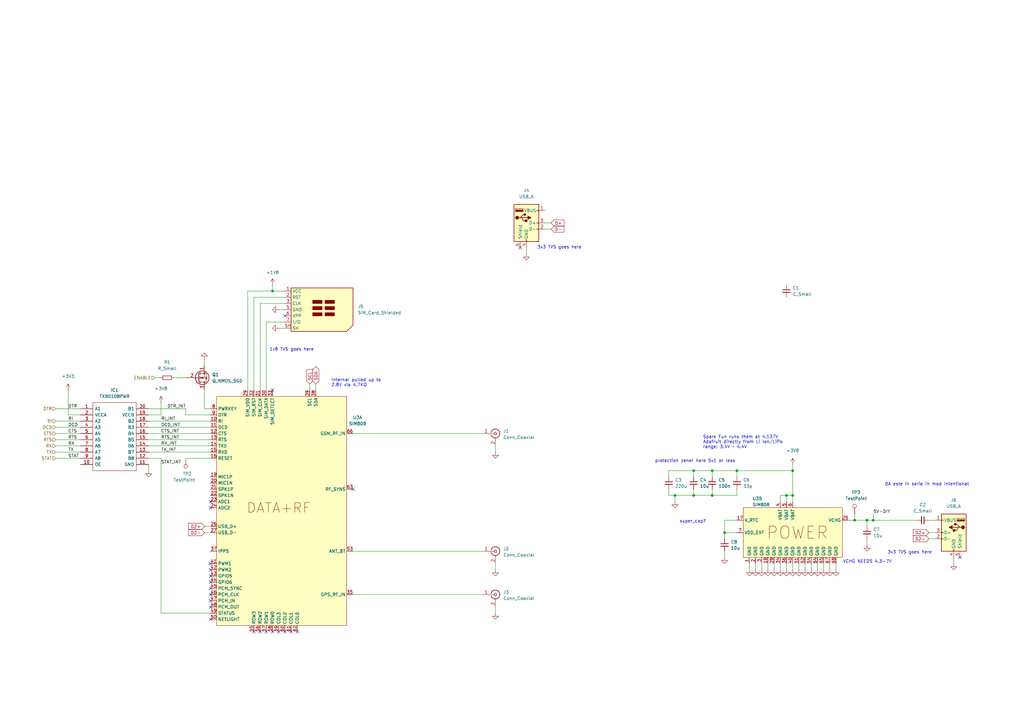
<source format=kicad_sch>
(kicad_sch (version 20211123) (generator eeschema)
  (paper "A3")
  (lib_symbols
    (symbol "Connector:Conn_Coaxial" (pin_names (offset 1.016) hide)
      (property "Reference" "J" (at 0.254 3.048 0))
      (property "Value" "Conn_Coaxial" (at 2.921 0 90))
      (symbol "Conn_Coaxial_0_1"
        (arc (start -1.778 -0.508) (mid 0.2311 -1.8066) (end 1.778 0) (stroke (width 0.254)))
        (polyline (pts (xy -2.54 0) (xy -0.508 0)))
        (polyline (pts (xy 0 -2.54) (xy 0 -1.778)))
        (circle (center 0 0) (radius 0.508) (stroke (width 0.2032)))
        (arc (start 1.778 0) (mid 0.2099 1.8101) (end -1.778 0.508) (stroke (width 0.254)))
      )
      (symbol "Conn_Coaxial_1_1"
        (pin passive line (at -5.08 0 0) (length 2.54) (name "In") (number "1"))
        (pin passive line (at 0 -5.08 90) (length 2.54) (name "Ext") (number "2"))
      )
    )
    (symbol "Connector:SIM_Card_Shielded"
      (property "Reference" "J" (at -2.54 12.7 0))
      (property "Value" "SIM_Card_Shielded" (at -1.27 10.16 0))
      (symbol "SIM_Card_Shielded_0_1"
        (rectangle (start -1.27 -2.54) (end 2.54 -1.27) (stroke (width 0.254)) (fill (type outline)))
        (rectangle (start -1.27 0) (end 2.54 1.27) (stroke (width 0.254)) (fill (type outline)))
        (rectangle (start -1.27 2.54) (end 2.54 3.81) (stroke (width 0.254)) (fill (type outline)))
        (polyline (pts (xy -10.16 8.89) (xy -10.16 -8.89) (xy 12.7 -8.89) (xy 15.24 -6.35) (xy 15.24 8.89) (xy -10.16 8.89)) (stroke (width 0.254)) (fill (type background)))
        (rectangle (start 3.81 -1.27) (end 7.62 -2.54) (stroke (width 0.254)) (fill (type outline)))
        (rectangle (start 3.81 0) (end 7.62 1.27) (stroke (width 0.254)) (fill (type outline)))
        (rectangle (start 3.81 2.54) (end 7.62 3.81) (stroke (width 0.254)) (fill (type outline)))
      )
      (symbol "SIM_Card_Shielded_1_1"
        (pin power_in line (at -12.7 7.62 0) (length 2.54) (name "VCC") (number "1"))
        (pin input line (at -12.7 5.08 0) (length 2.54) (name "RST") (number "2"))
        (pin input line (at -12.7 2.54 0) (length 2.54) (name "CLK") (number "3"))
        (pin power_in line (at -12.7 0 0) (length 2.54) (name "GND") (number "5"))
        (pin input line (at -12.7 -2.54 0) (length 2.54) (name "VPP") (number "6"))
        (pin bidirectional line (at -12.7 -5.08 0) (length 2.54) (name "I/O") (number "7"))
        (pin passive line (at -12.7 -7.62 0) (length 2.54) (name "SH") (number "SH"))
      )
    )
    (symbol "Connector:TestPoint" (pin_numbers hide) (pin_names (offset 0.762) hide)
      (property "Reference" "TP" (at 0 6.858 0))
      (property "Value" "TestPoint" (at 0 5.08 0))
      (symbol "TestPoint_0_1"
        (circle (center 0 3.302) (radius 0.762))
      )
      (symbol "TestPoint_1_1"
        (pin passive line (at 0 0 90) (length 2.54) (name "1") (number "1"))
      )
    )
    (symbol "Connector:USB_A" (pin_names (offset 1.016))
      (property "Reference" "J" (at -5.08 11.43 0))
      (property "Value" "USB_A" (at -5.08 8.89 0))
      (symbol "USB_A_0_1"
        (rectangle (start -5.08 -7.62) (end 5.08 7.62) (stroke (width 0.254)) (fill (type background)))
        (circle (center -3.81 2.159) (radius 0.635) (stroke (width 0.254)) (fill (type outline)))
        (rectangle (start -1.524 4.826) (end -4.318 5.334) (fill (type outline)))
        (rectangle (start -1.27 4.572) (end -4.572 5.842))
        (circle (center -0.635 3.429) (radius 0.381) (stroke (width 0.254)) (fill (type outline)))
        (rectangle (start -0.127 -7.62) (end 0.127 -6.858))
        (polyline (pts (xy -3.175 2.159) (xy -2.54 2.159) (xy -1.27 3.429) (xy -0.635 3.429)) (stroke (width 0.254)))
        (polyline (pts (xy -2.54 2.159) (xy -1.905 2.159) (xy -1.27 0.889) (xy 0 0.889)) (stroke (width 0.254)))
        (polyline (pts (xy 0.635 2.794) (xy 0.635 1.524) (xy 1.905 2.159) (xy 0.635 2.794)) (stroke (width 0.254)) (fill (type outline)))
        (rectangle (start 0.254 1.27) (end -0.508 0.508) (stroke (width 0.254)) (fill (type outline)))
        (rectangle (start 5.08 -2.667) (end 4.318 -2.413))
        (rectangle (start 5.08 -0.127) (end 4.318 0.127))
        (rectangle (start 5.08 4.953) (end 4.318 5.207))
      )
      (symbol "USB_A_1_1"
        (polyline (pts (xy -1.905 2.159) (xy 0.635 2.159)) (stroke (width 0.254)))
        (pin power_in line (at 7.62 5.08 180) (length 2.54) (name "VBUS") (number "1"))
        (pin bidirectional line (at 7.62 -2.54 180) (length 2.54) (name "D-") (number "2"))
        (pin bidirectional line (at 7.62 0 180) (length 2.54) (name "D+") (number "3"))
        (pin power_in line (at 0 -10.16 90) (length 2.54) (name "GND") (number "4"))
        (pin passive line (at -2.54 -10.16 90) (length 2.54) (name "Shield") (number "5"))
      )
    )
    (symbol "Device:C_Small" (pin_numbers hide) (pin_names (offset 0.254) hide)
      (property "Reference" "C" (at 0.254 1.778 0))
      (property "Value" "C_Small" (at 0.254 -2.032 0))
      (symbol "C_Small_0_1"
        (polyline (pts (xy -1.524 -0.508) (xy 1.524 -0.508)) (stroke (width 0.3302)))
        (polyline (pts (xy -1.524 0.508) (xy 1.524 0.508)) (stroke (width 0.3048)))
      )
      (symbol "C_Small_1_1"
        (pin passive line (at 0 2.54 270) (length 2.032) (name "~") (number "1"))
        (pin passive line (at 0 -2.54 90) (length 2.032) (name "~") (number "2"))
      )
    )
    (symbol "Device:Q_NMOS_SGD" (pin_names (offset 0) hide)
      (property "Reference" "Q" (at 5.08 1.27 0))
      (property "Value" "Q_NMOS_SGD" (at 5.08 -1.27 0))
      (symbol "Q_NMOS_SGD_0_1"
        (polyline (pts (xy 0.254 0) (xy -2.54 0)))
        (polyline (pts (xy 0.254 1.905) (xy 0.254 -1.905)) (stroke (width 0.254)))
        (polyline (pts (xy 0.762 -1.27) (xy 0.762 -2.286)) (stroke (width 0.254)))
        (polyline (pts (xy 0.762 0.508) (xy 0.762 -0.508)) (stroke (width 0.254)))
        (polyline (pts (xy 0.762 2.286) (xy 0.762 1.27)) (stroke (width 0.254)))
        (polyline (pts (xy 2.54 2.54) (xy 2.54 1.778)))
        (polyline (pts (xy 2.54 -2.54) (xy 2.54 0) (xy 0.762 0)))
        (polyline (pts (xy 0.762 -1.778) (xy 3.302 -1.778) (xy 3.302 1.778) (xy 0.762 1.778)))
        (polyline (pts (xy 1.016 0) (xy 2.032 0.381) (xy 2.032 -0.381) (xy 1.016 0)) (fill (type outline)))
        (polyline (pts (xy 2.794 0.508) (xy 2.921 0.381) (xy 3.683 0.381) (xy 3.81 0.254)))
        (polyline (pts (xy 3.302 0.381) (xy 2.921 -0.254) (xy 3.683 -0.254) (xy 3.302 0.381)))
        (circle (center 1.651 0) (radius 2.794) (stroke (width 0.254)))
        (circle (center 2.54 -1.778) (radius 0.254) (fill (type outline)))
        (circle (center 2.54 1.778) (radius 0.254) (fill (type outline)))
      )
      (symbol "Q_NMOS_SGD_1_1"
        (pin passive line (at 2.54 -5.08 90) (length 2.54) (name "S") (number "1"))
        (pin input line (at -5.08 0 0) (length 5.08) (name "G") (number "2"))
        (pin passive line (at 2.54 5.08 270) (length 2.54) (name "D") (number "3"))
      )
    )
    (symbol "Device:R_Small" (pin_numbers hide) (pin_names (offset 0.254) hide)
      (property "Reference" "R" (at 0.762 0.508 0))
      (property "Value" "R_Small" (at 0.762 -1.016 0))
      (symbol "R_Small_0_1"
        (rectangle (start -0.762 1.778) (end 0.762 -1.778) (stroke (width 0.2032)))
      )
      (symbol "R_Small_1_1"
        (pin passive line (at 0 2.54 270) (length 0.762) (name "~") (number "1"))
        (pin passive line (at 0 -2.54 90) (length 0.762) (name "~") (number "2"))
      )
    )
    (symbol "My_custom_lib:SIM808"
      (property "Reference" "U" (at 12.7 12.7 0))
      (property "Value" "SIM808" (at 20.32 12.7 0))
      (symbol "SIM808_1_1"
        (rectangle (start -25.4 45.72) (end 27.94 -48.26) (fill (type background)))
        (text "DATA+RF" (at 0 0 0) (effects (font (size 4 4))))
        (pin input line (at -27.94 35.56 0) (length 2.54) (name "RI") (number "10"))
        (pin input line (at -27.94 33.02 0) (length 2.54) (name "DCD") (number "11"))
        (pin input line (at -27.94 30.48 0) (length 2.54) (name "CTS") (number "12"))
        (pin input line (at -27.94 27.94 0) (length 2.54) (name "RTS") (number "13"))
        (pin input line (at -27.94 25.4 0) (length 2.54) (name "TXD") (number "14"))
        (pin input line (at -27.94 22.86 0) (length 2.54) (name "RXD") (number "15"))
        (pin input line (at -27.94 20.32 0) (length 2.54) (name "RESET") (number "16"))
        (pin input line (at -27.94 12.7 0) (length 2.54) (name "MIC1P") (number "19"))
        (pin input line (at -27.94 10.16 0) (length 2.54) (name "MIC1N") (number "20"))
        (pin input line (at -27.94 7.62 0) (length 2.54) (name "SPK1P") (number "21"))
        (pin input line (at -27.94 5.08 0) (length 2.54) (name "SPK1N") (number "22"))
        (pin input line (at -27.94 2.54 0) (length 2.54) (name "ADC1") (number "23"))
        (pin input line (at -27.94 0 0) (length 2.54) (name "ADC2") (number "24"))
        (pin input line (at -27.94 -7.62 0) (length 2.54) (name "USB_D+") (number "26"))
        (pin input line (at -27.94 -10.16 0) (length 2.54) (name "USB_D-") (number "27"))
        (pin input line (at -12.7 48.26 270) (length 2.54) (name "SIM_VDD") (number "29"))
        (pin input line (at -5.08 48.26 270) (length 2.54) (name "SIM_DATA") (number "30"))
        (pin input line (at -7.62 48.26 270) (length 2.54) (name "SIM_CLK") (number "31"))
        (pin input line (at -10.16 48.26 270) (length 2.54) (name "SIM_RST") (number "32"))
        (pin input line (at -2.54 48.26 270) (length 2.54) (name "SIM_DETECT") (number "33"))
        (pin input line (at 30.48 -35.56 180) (length 2.54) (name "GPS_RF_IN") (number "35"))
        (pin input line (at -27.94 -17.78 0) (length 2.54) (name "IPPS") (number "37"))
        (pin input line (at 15.24 48.26 270) (length 2.54) (name "SDA") (number "38"))
        (pin input line (at 12.7 48.26 270) (length 2.54) (name "SCL") (number "39"))
        (pin input line (at -27.94 -22.86 0) (length 2.54) (name "PWM1") (number "41"))
        (pin input line (at -27.94 -25.4 0) (length 2.54) (name "PWM2") (number "42"))
        (pin input line (at -27.94 -27.94 0) (length 2.54) (name "GPIO5") (number "43"))
        (pin input line (at -27.94 -30.48 0) (length 2.54) (name "GPIO6") (number "44"))
        (pin input line (at -27.94 -33.02 0) (length 2.54) (name "PCM_SYNC") (number "45"))
        (pin input line (at -27.94 -35.56 0) (length 2.54) (name "PCM_CLK") (number "46"))
        (pin input line (at -27.94 -38.1 0) (length 2.54) (name "PCM_IN") (number "47"))
        (pin input line (at -27.94 -40.64 0) (length 2.54) (name "PCM_OUT") (number "48"))
        (pin input line (at -27.94 -43.18 0) (length 2.54) (name "STATUS") (number "49"))
        (pin input line (at -27.94 -45.72 0) (length 2.54) (name "NETLIGHT") (number "50"))
        (pin input line (at 30.48 -17.78 180) (length 2.54) (name "ANT_BT") (number "53"))
        (pin input line (at -10.16 -50.8 90) (length 2.54) (name "ROW3") (number "55"))
        (pin input line (at -7.62 -50.8 90) (length 2.54) (name "ROW2") (number "56"))
        (pin input line (at -5.08 -50.8 90) (length 2.54) (name "ROW1") (number "57"))
        (pin input line (at -2.54 -50.8 90) (length 2.54) (name "ROW0") (number "58"))
        (pin input line (at 0 -50.8 90) (length 2.54) (name "COL3") (number "59"))
        (pin input line (at 2.54 -50.8 90) (length 2.54) (name "COL2") (number "60"))
        (pin input line (at 5.08 -50.8 90) (length 2.54) (name "COL1") (number "61"))
        (pin input line (at 7.62 -50.8 90) (length 2.54) (name "COL0") (number "62"))
        (pin input line (at 30.48 7.62 180) (length 2.54) (name "RF_SYNS") (number "63"))
        (pin input line (at 30.48 30.48 180) (length 2.54) (name "GSM_RF_IN") (number "66"))
        (pin input line (at -27.94 40.64 0) (length 2.54) (name "PWRKEY") (number "8"))
        (pin input line (at -27.94 38.1 0) (length 2.54) (name "DTR") (number "9"))
      )
      (symbol "SIM808_2_1"
        (rectangle (start -17.78 10.16) (end 22.86 -10.16) (fill (type background)))
        (text "POWER" (at 4.445 0 0) (effects (font (size 5 5))))
        (pin input line (at -15.24 -12.7 90) (length 2.54) (name "GND") (number "1"))
        (pin power_in line (at -20.32 5.08 0) (length 2.54) (name "V_RTC") (number "17"))
        (pin input line (at -7.62 -12.7 90) (length 2.54) (name "GND") (number "18"))
        (pin input line (at -12.7 -12.7 90) (length 2.54) (name "GND") (number "2"))
        (pin power_in line (at 25.4 5.08 180) (length 2.54) (name "VCHG") (number "25"))
        (pin input line (at -5.08 -12.7 90) (length 2.54) (name "GND") (number "28"))
        (pin input line (at -10.16 -12.7 90) (length 2.54) (name "GND") (number "3"))
        (pin input line (at -2.54 -12.7 90) (length 2.54) (name "GND") (number "34"))
        (pin input line (at 0 -12.7 90) (length 2.54) (name "GND") (number "36"))
        (pin power_in line (at -2.54 12.7 270) (length 2.54) (name "VBAT") (number "4"))
        (pin input line (at 2.54 -12.7 90) (length 2.54) (name "GND") (number "40"))
        (pin power_in line (at 0 12.7 270) (length 2.54) (name "VBAT") (number "5"))
        (pin input line (at 5.08 -12.7 90) (length 2.54) (name "GND") (number "51"))
        (pin input line (at 7.62 -12.7 90) (length 2.54) (name "GND") (number "52"))
        (pin input line (at 10.16 -12.7 90) (length 2.54) (name "GND") (number "54"))
        (pin power_in line (at 2.54 12.7 270) (length 2.54) (name "VBAT") (number "6"))
        (pin input line (at 12.7 -12.7 90) (length 2.54) (name "GND") (number "64"))
        (pin input line (at 15.24 -12.7 90) (length 2.54) (name "GND") (number "65"))
        (pin input line (at 17.78 -12.7 90) (length 2.54) (name "GND") (number "67"))
        (pin input line (at 20.32 -12.7 90) (length 2.54) (name "GND") (number "68"))
        (pin power_out line (at -20.32 0 0) (length 2.54) (name "VDD_EXT") (number "7"))
      )
    )
    (symbol "SIM808_1"
      (property "Reference" "U" (at 12.7 12.7 0))
      (property "Value" "SIM808_1" (at 20.32 12.7 0))
      (symbol "SIM808_1_1_1"
        (rectangle (start -25.4 45.72) (end 27.94 -48.26) (fill (type background)))
        (text "DATA+RF" (at 0 0 0) (effects (font (size 4 4))))
        (pin input line (at -27.94 35.56 0) (length 2.54) (name "RI") (number "10"))
        (pin input line (at -27.94 33.02 0) (length 2.54) (name "DCD") (number "11"))
        (pin input line (at -27.94 30.48 0) (length 2.54) (name "CTS") (number "12"))
        (pin input line (at -27.94 27.94 0) (length 2.54) (name "RTS") (number "13"))
        (pin input line (at -27.94 25.4 0) (length 2.54) (name "TXD") (number "14"))
        (pin input line (at -27.94 22.86 0) (length 2.54) (name "RXD") (number "15"))
        (pin input line (at -27.94 20.32 0) (length 2.54) (name "RESET") (number "16"))
        (pin input line (at -27.94 12.7 0) (length 2.54) (name "MIC1P") (number "19"))
        (pin input line (at -27.94 10.16 0) (length 2.54) (name "MIC1N") (number "20"))
        (pin input line (at -27.94 7.62 0) (length 2.54) (name "SPK1P") (number "21"))
        (pin input line (at -27.94 5.08 0) (length 2.54) (name "SPK1N") (number "22"))
        (pin input line (at -27.94 2.54 0) (length 2.54) (name "ADC1") (number "23"))
        (pin input line (at -27.94 0 0) (length 2.54) (name "ADC2") (number "24"))
        (pin input line (at -27.94 -7.62 0) (length 2.54) (name "USB_D+") (number "26"))
        (pin input line (at -27.94 -10.16 0) (length 2.54) (name "USB_D-") (number "27"))
        (pin input line (at -12.7 48.26 270) (length 2.54) (name "SIM_VDD") (number "29"))
        (pin input line (at -5.08 48.26 270) (length 2.54) (name "SIM_DATA") (number "30"))
        (pin input line (at -7.62 48.26 270) (length 2.54) (name "SIM_CLK") (number "31"))
        (pin input line (at -10.16 48.26 270) (length 2.54) (name "SIM_RST") (number "32"))
        (pin input line (at -2.54 48.26 270) (length 2.54) (name "SIM_DETECT") (number "33"))
        (pin input line (at 30.48 -35.56 180) (length 2.54) (name "GPS_RF_IN") (number "35"))
        (pin input line (at -27.94 -17.78 0) (length 2.54) (name "IPPS") (number "37"))
        (pin input line (at 15.24 48.26 270) (length 2.54) (name "SDA") (number "38"))
        (pin input line (at 12.7 48.26 270) (length 2.54) (name "SCL") (number "39"))
        (pin input line (at -27.94 -22.86 0) (length 2.54) (name "PWM1") (number "41"))
        (pin input line (at -27.94 -25.4 0) (length 2.54) (name "PWM2") (number "42"))
        (pin input line (at -27.94 -27.94 0) (length 2.54) (name "GPIO5") (number "43"))
        (pin input line (at -27.94 -30.48 0) (length 2.54) (name "GPIO6") (number "44"))
        (pin input line (at -27.94 -33.02 0) (length 2.54) (name "PCM_SYNC") (number "45"))
        (pin input line (at -27.94 -35.56 0) (length 2.54) (name "PCM_CLK") (number "46"))
        (pin input line (at -27.94 -38.1 0) (length 2.54) (name "PCM_IN") (number "47"))
        (pin input line (at -27.94 -40.64 0) (length 2.54) (name "PCM_OUT") (number "48"))
        (pin input line (at -27.94 -43.18 0) (length 2.54) (name "STATUS") (number "49"))
        (pin input line (at -27.94 -45.72 0) (length 2.54) (name "NETLIGHT") (number "50"))
        (pin input line (at 30.48 -17.78 180) (length 2.54) (name "ANT_BT") (number "53"))
        (pin input line (at -10.16 -50.8 90) (length 2.54) (name "ROW3") (number "55"))
        (pin input line (at -7.62 -50.8 90) (length 2.54) (name "ROW2") (number "56"))
        (pin input line (at -5.08 -50.8 90) (length 2.54) (name "ROW1") (number "57"))
        (pin input line (at -2.54 -50.8 90) (length 2.54) (name "ROW0") (number "58"))
        (pin input line (at 0 -50.8 90) (length 2.54) (name "COL3") (number "59"))
        (pin input line (at 2.54 -50.8 90) (length 2.54) (name "COL2") (number "60"))
        (pin input line (at 5.08 -50.8 90) (length 2.54) (name "COL1") (number "61"))
        (pin input line (at 7.62 -50.8 90) (length 2.54) (name "COL0") (number "62"))
        (pin input line (at 30.48 7.62 180) (length 2.54) (name "RF_SYNS") (number "63"))
        (pin input line (at 30.48 30.48 180) (length 2.54) (name "GSM_RF_IN") (number "66"))
        (pin input line (at -27.94 40.64 0) (length 2.54) (name "PWRKEY") (number "8"))
        (pin input line (at -27.94 38.1 0) (length 2.54) (name "DTR") (number "9"))
      )
      (symbol "SIM808_1_2_1"
        (rectangle (start -17.78 10.16) (end 22.86 -10.16) (fill (type background)))
        (text "POWER" (at 4.445 0 0) (effects (font (size 5 5))))
        (pin input line (at -15.24 -12.7 90) (length 2.54) (name "GND") (number "1"))
        (pin power_in line (at -20.32 5.08 0) (length 2.54) (name "V_RTC") (number "17"))
        (pin input line (at -7.62 -12.7 90) (length 2.54) (name "GND") (number "18"))
        (pin input line (at -12.7 -12.7 90) (length 2.54) (name "GND") (number "2"))
        (pin input line (at -5.08 -12.7 90) (length 2.54) (name "GND") (number "28"))
        (pin input line (at -10.16 -12.7 90) (length 2.54) (name "GND") (number "3"))
        (pin input line (at -2.54 -12.7 90) (length 2.54) (name "GND") (number "34"))
        (pin input line (at 0 -12.7 90) (length 2.54) (name "GND") (number "36"))
        (pin power_in line (at -2.54 12.7 270) (length 2.54) (name "VBAT") (number "4"))
        (pin input line (at 2.54 -12.7 90) (length 2.54) (name "GND") (number "40"))
        (pin power_in line (at 0 12.7 270) (length 2.54) (name "VBAT") (number "5"))
        (pin input line (at 5.08 -12.7 90) (length 2.54) (name "GND") (number "51"))
        (pin input line (at 7.62 -12.7 90) (length 2.54) (name "GND") (number "52"))
        (pin input line (at 10.16 -12.7 90) (length 2.54) (name "GND") (number "54"))
        (pin power_in line (at 2.54 12.7 270) (length 2.54) (name "VBAT") (number "6"))
        (pin input line (at 12.7 -12.7 90) (length 2.54) (name "GND") (number "64"))
        (pin input line (at 15.24 -12.7 90) (length 2.54) (name "GND") (number "65"))
        (pin input line (at 17.78 -12.7 90) (length 2.54) (name "GND") (number "67"))
        (pin input line (at 20.32 -12.7 90) (length 2.54) (name "GND") (number "68"))
        (pin power_out line (at -20.32 0 0) (length 2.54) (name "VDD_EXT") (number "7"))
      )
    )
    (symbol "SamacSys_Parts:TXB0108PWR" (pin_names (offset 0.762))
      (property "Reference" "IC" (at 24.13 7.62 0))
      (property "Value" "TXB0108PWR" (at 24.13 5.08 0))
      (symbol "TXB0108PWR_0_0"
        (pin passive line (at 0 0 0) (length 5.08) (name "A1") (number "1"))
        (pin passive line (at 0 -22.86 0) (length 5.08) (name "OE") (number "10"))
        (pin passive line (at 27.94 -22.86 180) (length 5.08) (name "GND") (number "11"))
        (pin passive line (at 27.94 -20.32 180) (length 5.08) (name "B8") (number "12"))
        (pin passive line (at 27.94 -17.78 180) (length 5.08) (name "B7") (number "13"))
        (pin passive line (at 27.94 -15.24 180) (length 5.08) (name "B6") (number "14"))
        (pin passive line (at 27.94 -12.7 180) (length 5.08) (name "B5") (number "15"))
        (pin passive line (at 27.94 -10.16 180) (length 5.08) (name "B4") (number "16"))
        (pin passive line (at 27.94 -7.62 180) (length 5.08) (name "B3") (number "17"))
        (pin passive line (at 27.94 -5.08 180) (length 5.08) (name "B2") (number "18"))
        (pin passive line (at 27.94 -2.54 180) (length 5.08) (name "VCCB") (number "19"))
        (pin passive line (at 0 -2.54 0) (length 5.08) (name "VCCA") (number "2"))
        (pin passive line (at 27.94 0 180) (length 5.08) (name "B1") (number "20"))
        (pin passive line (at 0 -5.08 0) (length 5.08) (name "A2") (number "3"))
        (pin passive line (at 0 -7.62 0) (length 5.08) (name "A3") (number "4"))
        (pin passive line (at 0 -10.16 0) (length 5.08) (name "A4") (number "5"))
        (pin passive line (at 0 -12.7 0) (length 5.08) (name "A5") (number "6"))
        (pin passive line (at 0 -15.24 0) (length 5.08) (name "A6") (number "7"))
        (pin passive line (at 0 -17.78 0) (length 5.08) (name "A7") (number "8"))
        (pin passive line (at 0 -20.32 0) (length 5.08) (name "A8") (number "9"))
      )
      (symbol "TXB0108PWR_0_1"
        (polyline (pts (xy 5.08 2.54) (xy 22.86 2.54) (xy 22.86 -25.4) (xy 5.08 -25.4) (xy 5.08 2.54)) (stroke (width 0.1524)))
      )
    )
    (symbol "power:+1V8" (power) (pin_names (offset 0))
      (property "Value" "+1V8" (at 0 3.556 0))
      (symbol "+1V8_0_1"
        (polyline (pts (xy -0.762 1.27) (xy 0 2.54)))
        (polyline (pts (xy 0 0) (xy 0 2.54)))
        (polyline (pts (xy 0 2.54) (xy 0.762 1.27)))
      )
      (symbol "+1V8_1_1"
        (pin power_in line (at 0 0 90) (length 0) hide (name "+1V8") (number "1"))
      )
    )
    (symbol "power:+3V3" (power) (pin_names (offset 0))
      (property "Value" "+3V3" (at 0 3.556 0))
      (symbol "+3V3_0_1"
        (polyline (pts (xy -0.762 1.27) (xy 0 2.54)))
        (polyline (pts (xy 0 0) (xy 0 2.54)))
        (polyline (pts (xy 0 2.54) (xy 0.762 1.27)))
      )
      (symbol "+3V3_1_1"
        (pin power_in line (at 0 0 90) (length 0) hide (name "+3V3") (number "1"))
      )
    )
    (symbol "power:+3V8" (power) (pin_names (offset 0))
      (property "Value" "+3V8" (at 0 3.556 0))
      (symbol "+3V8_0_1"
        (polyline (pts (xy -0.762 1.27) (xy 0 2.54)))
        (polyline (pts (xy 0 0) (xy 0 2.54)))
        (polyline (pts (xy 0 2.54) (xy 0.762 1.27)))
      )
      (symbol "+3V8_1_1"
        (pin power_in line (at 0 0 90) (length 0) hide (name "+3V8") (number "1"))
      )
    )
    (symbol "power:GND" (power) (pin_names (offset 0))
      (property "Value" "GND" (at 0 -3.81 0))
      (symbol "GND_0_1"
        (polyline (pts (xy 0 0) (xy 0 -1.27) (xy 1.27 -1.27) (xy 0 -2.54) (xy -1.27 -1.27) (xy 0 -1.27)))
      )
      (symbol "GND_1_1"
        (pin power_in line (at 0 0 270) (length 0) hide (name "GND") (number "1"))
      )
    )
  )
  (junction (at 355.6 213.36))
  (junction (at 292.1 193.04))
  (junction (at 302.26 193.04))
  (junction (at 322.58 203.2))
  (junction (at 325.12 193.04))
  (junction (at 325.12 203.2))
  (junction (at 297.18 218.44))
  (junction (at 276.86 203.2))
  (junction (at 284.48 193.04))
  (junction (at 358.14 213.36))
  (junction (at 350.52 213.36))
  (junction (at 284.48 203.2))
  (junction (at 292.1 203.2))
  (junction (at 111.76 119.38))
  (no_connect (at 104.14 259.08))
  (no_connect (at 106.68 259.08))
  (no_connect (at 109.22 259.08))
  (no_connect (at 111.76 259.08))
  (no_connect (at 114.3 259.08))
  (no_connect (at 116.84 259.08))
  (no_connect (at 119.38 259.08))
  (no_connect (at 121.92 259.08))
  (no_connect (at 86.36 238.76))
  (no_connect (at 393.7 228.6))
  (no_connect (at 86.36 246.38))
  (no_connect (at 86.36 231.14))
  (no_connect (at 144.78 200.66))
  (no_connect (at 86.36 208.28))
  (no_connect (at 86.36 205.74))
  (no_connect (at 86.36 254))
  (no_connect (at 86.36 243.84))
  (no_connect (at 213.36 101.6))
  (no_connect (at 116.84 129.54))
  (no_connect (at 111.76 160.02))
  (no_connect (at 86.36 248.92))
  (no_connect (at 86.36 236.22))
  (no_connect (at 86.36 241.3))
  (no_connect (at 86.36 233.68))
  (wire (pts (xy 83.82 147.32) (xy 83.82 149.86)))
  (wire (pts (xy 274.32 203.2) (xy 274.32 200.66)))
  (wire (pts (xy 325.12 193.04) (xy 325.12 203.2)))
  (wire (pts (xy 71.12 154.94) (xy 76.2 154.94)))
  (wire (pts (xy 111.76 119.38) (xy 116.84 119.38)))
  (wire (pts (xy 22.86 175.26) (xy 33.02 175.26)))
  (wire (pts (xy 101.6 119.38) (xy 111.76 119.38)))
  (wire (pts (xy 76.2 187.96) (xy 86.36 187.96)))
  (wire (pts (xy 297.18 213.36) (xy 297.18 218.44)))
  (wire (pts (xy 22.86 177.8) (xy 33.02 177.8)))
  (wire (pts (xy 302.26 193.04) (xy 302.26 195.58)))
  (wire (pts (xy 203.2 182.88) (xy 203.2 185.42)))
  (wire (pts (xy 66.04 187.96) (xy 66.04 251.46)))
  (wire (pts (xy 274.32 193.04) (xy 284.48 193.04)))
  (wire (pts (xy 60.96 172.72) (xy 86.36 172.72)))
  (wire (pts (xy 274.32 193.04) (xy 274.32 195.58)))
  (wire (pts (xy 60.96 190.5) (xy 60.96 193.04)))
  (wire (pts (xy 358.14 213.36) (xy 375.92 213.36)))
  (wire (pts (xy 284.48 203.2) (xy 292.1 203.2)))
  (wire (pts (xy 332.74 231.14) (xy 332.74 233.68)))
  (wire (pts (xy 203.2 231.14) (xy 203.2 233.68)))
  (wire (pts (xy 27.94 170.18) (xy 33.02 170.18)))
  (wire (pts (xy 383.54 220.98) (xy 381 220.98)))
  (wire (pts (xy 27.94 160.02) (xy 27.94 170.18)))
  (wire (pts (xy 60.96 177.8) (xy 86.36 177.8)))
  (wire (pts (xy 391.16 228.6) (xy 391.16 231.14)))
  (wire (pts (xy 86.36 170.18) (xy 76.2 170.18)))
  (wire (pts (xy 22.86 172.72) (xy 33.02 172.72)))
  (wire (pts (xy 101.6 160.02) (xy 101.6 119.38)))
  (wire (pts (xy 106.68 160.02) (xy 106.68 124.46)))
  (wire (pts (xy 292.1 193.04) (xy 292.1 195.58)))
  (wire (pts (xy 302.26 193.04) (xy 325.12 193.04)))
  (wire (pts (xy 284.48 193.04) (xy 284.48 195.58)))
  (wire (pts (xy 109.22 160.02) (xy 109.22 132.08)))
  (wire (pts (xy 203.2 248.92) (xy 203.2 251.46)))
  (wire (pts (xy 60.96 182.88) (xy 86.36 182.88)))
  (wire (pts (xy 322.58 203.2) (xy 322.58 205.74)))
  (wire (pts (xy 106.68 124.46) (xy 116.84 124.46)))
  (wire (pts (xy 83.82 215.9) (xy 86.36 215.9)))
  (wire (pts (xy 22.86 185.42) (xy 33.02 185.42)))
  (wire (pts (xy 297.18 218.44) (xy 297.18 220.98)))
  (wire (pts (xy 322.58 203.2) (xy 325.12 203.2)))
  (wire (pts (xy 63.5 154.94) (xy 66.04 154.94)))
  (wire (pts (xy 66.04 251.46) (xy 86.36 251.46)))
  (wire (pts (xy 22.86 182.88) (xy 33.02 182.88)))
  (wire (pts (xy 383.54 213.36) (xy 381 213.36)))
  (wire (pts (xy 83.82 218.44) (xy 86.36 218.44)))
  (wire (pts (xy 109.22 132.08) (xy 116.84 132.08)))
  (wire (pts (xy 312.42 231.14) (xy 312.42 233.68)))
  (wire (pts (xy 76.2 170.18) (xy 76.2 167.64)))
  (wire (pts (xy 144.78 243.84) (xy 198.12 243.84)))
  (wire (pts (xy 83.82 160.02) (xy 83.82 167.64)))
  (wire (pts (xy 325.12 190.5) (xy 325.12 193.04)))
  (wire (pts (xy 60.96 180.34) (xy 86.36 180.34)))
  (wire (pts (xy 76.2 167.64) (xy 60.96 167.64)))
  (wire (pts (xy 215.9 101.6) (xy 215.9 104.14)))
  (wire (pts (xy 83.82 167.64) (xy 86.36 167.64)))
  (wire (pts (xy 350.52 210.82) (xy 350.52 213.36)))
  (wire (pts (xy 302.26 213.36) (xy 297.18 213.36)))
  (wire (pts (xy 276.86 203.2) (xy 276.86 205.74)))
  (wire (pts (xy 60.96 187.96) (xy 66.04 187.96)))
  (wire (pts (xy 355.6 213.36) (xy 358.14 213.36)))
  (wire (pts (xy 66.04 165.1) (xy 66.04 170.18)))
  (wire (pts (xy 320.04 231.14) (xy 320.04 233.68)))
  (wire (pts (xy 337.82 231.14) (xy 337.82 233.68)))
  (wire (pts (xy 358.14 210.82) (xy 358.14 213.36)))
  (wire (pts (xy 347.98 213.36) (xy 350.52 213.36)))
  (wire (pts (xy 314.96 231.14) (xy 314.96 233.68)))
  (wire (pts (xy 284.48 193.04) (xy 292.1 193.04)))
  (wire (pts (xy 274.32 203.2) (xy 276.86 203.2)))
  (wire (pts (xy 22.86 167.64) (xy 33.02 167.64)))
  (wire (pts (xy 325.12 203.2) (xy 325.12 205.74)))
  (wire (pts (xy 22.86 180.34) (xy 33.02 180.34)))
  (wire (pts (xy 276.86 203.2) (xy 284.48 203.2)))
  (wire (pts (xy 66.04 170.18) (xy 60.96 170.18)))
  (wire (pts (xy 116.84 127) (xy 114.3 127)))
  (wire (pts (xy 309.88 231.14) (xy 309.88 233.68)))
  (wire (pts (xy 355.6 215.9) (xy 355.6 213.36)))
  (wire (pts (xy 292.1 203.2) (xy 292.1 200.66)))
  (wire (pts (xy 350.52 213.36) (xy 355.6 213.36)))
  (wire (pts (xy 297.18 218.44) (xy 302.26 218.44)))
  (wire (pts (xy 144.78 177.8) (xy 198.12 177.8)))
  (wire (pts (xy 383.54 218.44) (xy 381 218.44)))
  (wire (pts (xy 342.9 231.14) (xy 342.9 233.68)))
  (wire (pts (xy 340.36 231.14) (xy 340.36 233.68)))
  (wire (pts (xy 302.26 203.2) (xy 302.26 200.66)))
  (wire (pts (xy 223.52 91.44) (xy 226.06 91.44)))
  (wire (pts (xy 60.96 185.42) (xy 86.36 185.42)))
  (wire (pts (xy 144.78 226.06) (xy 198.12 226.06)))
  (wire (pts (xy 292.1 193.04) (xy 302.26 193.04)))
  (wire (pts (xy 320.04 205.74) (xy 320.04 203.2)))
  (wire (pts (xy 327.66 231.14) (xy 327.66 233.68)))
  (wire (pts (xy 22.86 187.96) (xy 33.02 187.96)))
  (wire (pts (xy 330.2 231.14) (xy 330.2 233.68)))
  (wire (pts (xy 355.6 220.98) (xy 355.6 223.52)))
  (wire (pts (xy 317.5 231.14) (xy 317.5 233.68)))
  (wire (pts (xy 129.54 157.48) (xy 129.54 160.02)))
  (wire (pts (xy 307.34 231.14) (xy 307.34 233.68)))
  (wire (pts (xy 104.14 121.92) (xy 116.84 121.92)))
  (wire (pts (xy 320.04 203.2) (xy 322.58 203.2)))
  (wire (pts (xy 297.18 226.06) (xy 297.18 228.6)))
  (wire (pts (xy 223.52 93.98) (xy 226.06 93.98)))
  (wire (pts (xy 325.12 231.14) (xy 325.12 233.68)))
  (wire (pts (xy 322.58 231.14) (xy 322.58 233.68)))
  (wire (pts (xy 335.28 231.14) (xy 335.28 233.68)))
  (wire (pts (xy 104.14 160.02) (xy 104.14 121.92)))
  (wire (pts (xy 111.76 116.84) (xy 111.76 119.38)))
  (wire (pts (xy 60.96 175.26) (xy 86.36 175.26)))
  (wire (pts (xy 127 157.48) (xy 127 160.02)))
  (wire (pts (xy 116.84 134.62) (xy 114.3 134.62)))
  (wire (pts (xy 292.1 203.2) (xy 302.26 203.2)))
  (wire (pts (xy 284.48 203.2) (xy 284.48 200.66)))
  (text "protection zener here 5v1 or less" (at 268.605 189.865 0) (effects (font (size 1.27 1.27)) (justify left bottom)))
  (text "3v3 TVS goes here\n" (at 220.345 102.235 0) (effects (font (size 1.27 1.27)) (justify left bottom)))
  (text "VCHG NEEDS 4.3-7V" (at 365.76 231.14 180) (effects (font (size 1.27 1.27)) (justify right bottom)))
  (text "1v8 TVS goes here" (at 110.49 144.145 0) (effects (font (size 1.27 1.27)) (justify left bottom)))
  (text "DA este in serie in mod intentionat" (at 397.51 199.39 180) (effects (font (size 1.27 1.27)) (justify right bottom)))
  (text "Internal pulled up to\n2.8V via 4.7KΩ" (at 135.89 158.75 0) (effects (font (size 1.27 1.27)) (justify left bottom)))
  (text "Spark Fun runs them at 4.137V\nAdafruit directly from Li Ion/LiPo\nrange: 3.4V ~ 4.4V" (at 288.29 184.15 0) (effects (font (size 1.27 1.27)) (justify left bottom)))
  (text "super_cap?" (at 289.56 214.63 180) (effects (font (size 1.27 1.27)) (justify right bottom)))
  (text "3v3 TVS goes here\n" (at 382.27 227.33 180) (effects (font (size 1.27 1.27)) (justify right bottom)))
  (label "DTR_INT" (at 76.2 167.64 180))
  (label "RTS" (at 27.94 180.34 0))
  (label "STAT_INT" (at 66.04 190.5 0))
  (label "CTS_INT" (at 66.04 177.8 0))
  (label "DCD" (at 27.94 175.26 0))
  (label "DTR" (at 27.94 167.64 0))
  (label "RI_INT" (at 66.04 172.72 0))
  (label "RTS_INT" (at 66.04 180.34 0))
  (label "STAT" (at 27.94 187.96 0))
  (label "5V-DIY" (at 358.14 210.82 0))
  (label "CTS" (at 27.94 177.8 0))
  (label "RX" (at 27.94 182.88 0))
  (label "TX" (at 27.94 185.42 0))
  (label "RI" (at 27.94 172.72 0))
  (label "TX_INT" (at 66.04 185.42 0))
  (label "RX_INT" (at 66.04 182.88 0))
  (label "DCD_INT" (at 66.04 175.26 0))
  (global_label "D+" (shape input) (at 226.06 91.44 0) (property "Intersheet References" "${INTERSHEET_REFS}" (effects hide)))
  (global_label "D2+" (shape input) (at 381 218.44 180) (property "Intersheet References" "${INTERSHEET_REFS}" (effects hide)))
  (global_label "D2-" (shape input) (at 381 220.98 180) (property "Intersheet References" "${INTERSHEET_REFS}" (effects hide)))
  (global_label "D-" (shape input) (at 226.06 93.98 0) (property "Intersheet References" "${INTERSHEET_REFS}" (effects hide)))
  (global_label "SCL" (shape input) (at 127 157.48 90) (property "Intersheet References" "${INTERSHEET_REFS}" (effects hide)))
  (global_label "SDA" (shape bidirectional) (at 129.54 157.48 90) (property "Intersheet References" "${INTERSHEET_REFS}" (effects hide)))
  (global_label "D2-" (shape input) (at 83.82 218.44 180) (property "Intersheet References" "${INTERSHEET_REFS}" (effects hide)))
  (global_label "D2+" (shape input) (at 83.82 215.9 180) (property "Intersheet References" "${INTERSHEET_REFS}" (effects hide)))
  (hierarchical_label "RX" (shape input) (at 22.86 182.88 180))
  (hierarchical_label "CTS" (shape input) (at 22.86 177.8 180))
  (hierarchical_label "STAT" (shape input) (at 22.86 187.96 180))
  (hierarchical_label "ENABLE" (shape input) (at 63.5 154.94 180))
  (hierarchical_label "DTR" (shape input) (at 22.86 167.64 180))
  (hierarchical_label "DCD" (shape input) (at 22.86 175.26 180))
  (hierarchical_label "RTS" (shape input) (at 22.86 180.34 180))
  (hierarchical_label "RI" (shape input) (at 22.86 172.72 180))
  (hierarchical_label "TX" (shape input) (at 22.86 185.42 180))
  (symbol (lib_id "power:+3V8") (at 66.04 165.1 0) (unit 1)
    (property "Reference" "#PWR031" (effects hide))
    (property "Value" "+3V8" (at 66.04 159.385 0))
  )
  (symbol (lib_id "Device:C_Small") (at 322.58 119.38 0) (unit 1)
    (property "Reference" "C1" (at 325.12 118.1162 0) (effects (justify left)))
    (property "Value" "C_Small" (at 325.12 120.6562 0) (effects (justify left)))
  )
  (symbol (lib_id "Device:Q_NMOS_SGD") (at 81.28 154.94 0) (mirror x) (unit 1)
    (property "Reference" "Q1" (at 86.995 153.6699 0) (effects (justify left)))
    (property "Value" "Q_NMOS_SGD" (at 86.995 156.2099 0) (effects (justify left)))
  )
  (symbol (lib_id "power:GND") (at 335.28 233.68 0) (unit 1)
    (property "Reference" "#PWR015" (effects hide))
    (property "Value" "GND" (effects hide))
  )
  (symbol (lib_id "power:GND") (at 297.18 228.6 0) (unit 1)
    (property "Reference" "#PWR033" (effects hide))
    (property "Value" "GND" (effects hide))
  )
  (symbol (lib_id "power:GND") (at 312.42 233.68 0) (unit 1)
    (property "Reference" "#PWR06" (effects hide))
    (property "Value" "GND" (effects hide))
  )
  (symbol (lib_id "Device:C_Small") (at 274.32 198.12 0) (unit 1)
    (property "Reference" "C3" (at 276.86 196.8562 0) (effects (justify left)))
    (property "Value" "220u" (at 276.86 199.3962 0) (effects (justify left)))
  )
  (symbol (lib_id "Connector:Conn_Coaxial") (at 203.2 243.84 0) (unit 1)
    (property "Reference" "J3" (at 206.375 242.8631 0) (effects (justify left)))
    (property "Value" "Conn_Coaxial" (at 206.375 245.4031 0) (effects (justify left)))
    (property "Footprint" "Connector_Coaxial:SMA_Amphenol_901-143_Horizontal" (effects hide))
    (property "Datasheet" " ~" (effects hide))
  )
  (symbol (lib_id "Connector:TestPoint") (at 350.52 210.82 0) (unit 1) (in_bom no)
    (property "Reference" "TP3" (at 349.25 201.93 0) (effects (justify left)))
    (property "Value" "TestPoint" (at 346.71 204.47 0) (effects (justify left)))
    (property "Footprint" "TestPoint:TestPoint_Pad_1.5x1.5mm" (effects hide))
  )
  (symbol (lib_id "Device:C_Small") (at 297.18 223.52 0) (unit 1)
    (property "Reference" "C8" (at 299.72 222.2562 0) (effects (justify left)))
    (property "Value" "10u" (at 299.72 224.7962 0) (effects (justify left)))
  )
  (symbol (lib_id "Connector:TestPoint") (at 76.2 187.96 180) (unit 1) (in_bom no)
    (property "Reference" "TP2" (at 74.93 194.31 0) (effects (justify right)))
    (property "Value" "TestPoint" (at 71.12 196.85 0) (effects (justify right)))
    (property "Footprint" "TestPoint:TestPoint_Pad_1.5x1.5mm" (effects hide))
  )
  (symbol (lib_id "power:GND") (at 314.96 233.68 0) (unit 1)
    (property "Reference" "#PWR07" (effects hide))
    (property "Value" "GND" (effects hide))
  )
  (symbol (lib_id "Device:C_Small") (at 292.1 198.12 0) (unit 1)
    (property "Reference" "C5" (at 294.64 196.8562 0) (effects (justify left)))
    (property "Value" "100n" (at 294.64 199.3962 0) (effects (justify left)))
  )
  (symbol (lib_id "Connector:TestPoint") (at -12.7 124.46 0) (unit 1) (in_bom no)
    (property "Reference" "TP1" (at -8.89 119.8879 0) (effects (justify left)))
    (property "Value" "TestPoint" (at -8.89 122.4279 0) (effects (justify left)))
    (property "Footprint" "TestPoint:TestPoint_Pad_1.5x1.5mm" (effects hide))
  )
  (symbol (lib_id "Connector:SIM_Card_Shielded") (at 129.54 127 0) (unit 1)
    (property "Reference" "J5" (at 146.685 125.7299 0) (effects (justify left)))
    (property "Value" "SIM_Card_Shielded" (at 146.685 128.2699 0) (effects (justify left)))
    (property "Footprint" "Z_mycustom_footprint_lib:78800-0001" (effects hide))
    (property "Datasheet" " ~" (effects hide))
  )
  (symbol (lib_id "power:+1V8") (at 111.76 116.84 0) (unit 1)
    (property "Reference" "#PWR022" (effects hide))
    (property "Value" "+1V8" (at 111.76 111.76 0))
  )
  (symbol (lib_id "power:GND") (at 355.6 223.52 0) (unit 1)
    (property "Reference" "#PWR028" (effects hide))
    (property "Value" "GND" (effects hide))
  )
  (symbol (lib_id "power:GND") (at 391.16 231.14 0) (mirror y) (unit 1)
    (property "Reference" "#PWR025" (effects hide))
    (property "Value" "GND" (effects hide))
  )
  (symbol (lib_id "power:GND") (at 114.3 134.62 270) (unit 1)
    (property "Reference" "#PWR024" (effects hide))
    (property "Value" "GND" (effects hide))
  )
  (symbol (lib_id "power:GND") (at 203.2 233.68 0) (unit 1)
    (property "Reference" "#PWR02" (effects hide))
    (property "Value" "GND" (effects hide))
  )
  (symbol (lib_name "SIM808_1") (lib_id "My_custom_lib:SIM808") (at 114.3 208.28 0) (unit 1)
    (property "Reference" "U3" (at 146.685 171.2212 0))
    (property "Value" "SIM808" (at 146.685 173.7612 0))
    (property "Footprint" "SamacSys_Parts:SIM808" (effects hide))
  )
  (symbol (lib_id "power:GND") (at 340.36 233.68 0) (unit 1)
    (property "Reference" "#PWR017" (effects hide))
    (property "Value" "GND" (effects hide))
  )
  (symbol (lib_id "Connector:Conn_Coaxial") (at 203.2 226.06 0) (unit 1)
    (property "Reference" "J2" (at 206.375 225.0831 0) (effects (justify left)))
    (property "Value" "Conn_Coaxial" (at 206.375 227.6231 0) (effects (justify left)))
    (property "Footprint" "Connector_Coaxial:SMA_Amphenol_901-143_Horizontal" (effects hide))
    (property "Datasheet" " ~" (effects hide))
  )
  (symbol (lib_id "Device:C_Small") (at 284.48 198.12 0) (unit 1)
    (property "Reference" "C4" (at 287.02 196.8562 0) (effects (justify left)))
    (property "Value" "10u" (at 287.02 199.3962 0) (effects (justify left)))
  )
  (symbol (lib_id "Device:C_Small") (at 355.6 218.44 0) (unit 1)
    (property "Reference" "C7" (at 358.14 217.1762 0) (effects (justify left)))
    (property "Value" "10u" (at 358.14 219.7162 0) (effects (justify left)))
  )
  (symbol (lib_id "power:GND") (at 60.96 193.04 0) (unit 1)
    (property "Reference" "#PWR032" (effects hide))
    (property "Value" "GND" (effects hide))
  )
  (symbol (lib_id "Connector:Conn_Coaxial") (at 203.2 177.8 0) (unit 1)
    (property "Reference" "J1" (at 206.375 176.8231 0) (effects (justify left)))
    (property "Value" "Conn_Coaxial" (at 206.375 179.3631 0) (effects (justify left)))
    (property "Footprint" "Connector_Coaxial:SMA_Amphenol_901-143_Horizontal" (effects hide))
    (property "Datasheet" " ~" (effects hide))
  )
  (symbol (lib_id "Device:C_Small") (at 302.26 198.12 0) (unit 1)
    (property "Reference" "C6" (at 304.8 196.8562 0) (effects (justify left)))
    (property "Value" "33p" (at 304.8 199.3962 0) (effects (justify left)))
  )
  (symbol (lib_id "Device:R_Small") (at 68.58 154.94 90) (unit 1)
    (property "Reference" "R1" (at 68.58 148.59 90))
    (property "Value" "R_Small" (at 68.58 151.13 90))
  )
  (symbol (lib_id "SamacSys_Parts:TXB0108PWR") (at 33.02 167.64 0) (unit 1)
    (property "Reference" "IC1" (at 46.99 160.02 0))
    (property "Value" "TXB0108PWR" (at 46.99 162.56 0))
    (property "Footprint" "SOP65P640X120-20N" (effects hide))
    (property "Datasheet" "http://www.ti.com/lit/ds/symlink/txb0108.pdf" (effects hide))
    (property "Description" "8-Bit Bidirectional Voltage-Level Shifter with Auto Direction Sensing and +/-15-kV ESD Protect" (effects hide))
    (property "Height" "1.2" (effects hide))
    (property "Mouser Part Number" "595-TXB0108PWR" (effects hide))
    (property "Mouser Price/Stock" "https://www.mouser.co.uk/ProductDetail/Texas-Instruments/TXB0108PWR?qs=oFXvjAmG9EgEUWGWzOVFCA%3D%3D" (effects hide))
    (property "Manufacturer_Name" "Texas Instruments" (effects hide))
    (property "Manufacturer_Part_Number" "TXB0108PWR" (effects hide))
  )
  (symbol (lib_id "Connector:USB_A") (at 391.16 218.44 0) (mirror y) (unit 1)
    (property "Reference" "J6" (at 391.16 205.105 0))
    (property "Value" "USB_A" (at 391.16 207.645 0))
    (property "Footprint" "Connector_USB:USB_A_Molex_105057_Vertical" (effects hide))
    (property "Datasheet" " ~" (effects hide))
  )
  (symbol (lib_id "power:GND") (at 203.2 251.46 0) (unit 1)
    (property "Reference" "#PWR03" (effects hide))
    (property "Value" "GND" (effects hide))
  )
  (symbol (lib_id "power:GND") (at 342.9 233.68 0) (unit 1)
    (property "Reference" "#PWR018" (effects hide))
    (property "Value" "GND" (effects hide))
  )
  (symbol (lib_id "power:GND") (at 317.5 233.68 0) (unit 1)
    (property "Reference" "#PWR08" (effects hide))
    (property "Value" "GND" (effects hide))
  )
  (symbol (lib_id "power:GND") (at 322.58 233.68 0) (unit 1)
    (property "Reference" "#PWR010" (effects hide))
    (property "Value" "GND" (effects hide))
  )
  (symbol (lib_id "power:+3V8") (at 325.12 190.5 0) (unit 1)
    (property "Reference" "#PWR026" (effects hide))
    (property "Value" "+3V8" (at 325.12 184.785 0))
  )
  (symbol (lib_id "power:+3V3") (at 27.94 160.02 0) (unit 1)
    (property "Reference" "#PWR030" (effects hide))
    (property "Value" "+3V3" (at 27.94 154.305 0))
  )
  (symbol (lib_id "power:GND") (at 307.34 233.68 0) (unit 1)
    (property "Reference" "#PWR04" (effects hide))
    (property "Value" "GND" (effects hide))
  )
  (symbol (lib_id "power:GND") (at 276.86 205.74 0) (unit 1)
    (property "Reference" "#PWR027" (effects hide))
    (property "Value" "GND" (effects hide))
  )
  (symbol (lib_id "power:GND") (at 215.9 104.14 0) (unit 1)
    (property "Reference" "#PWR021" (effects hide))
    (property "Value" "GND" (effects hide))
  )
  (symbol (lib_id "Connector:USB_A") (at 215.9 91.44 0) (unit 1)
    (property "Reference" "J4" (at 215.9 78.105 0))
    (property "Value" "USB_A" (at 215.9 80.645 0))
    (property "Footprint" "Connector_USB:USB_A_Molex_105057_Vertical" (effects hide))
    (property "Datasheet" " ~" (effects hide))
  )
  (symbol (lib_id "power:GND") (at 320.04 233.68 0) (unit 1)
    (property "Reference" "#PWR09" (effects hide))
    (property "Value" "GND" (effects hide))
  )
  (symbol (lib_id "power:GND") (at 332.74 233.68 0) (unit 1)
    (property "Reference" "#PWR014" (effects hide))
    (property "Value" "GND" (effects hide))
  )
  (symbol (lib_id "Device:C_Small") (at 378.46 213.36 270) (mirror x) (unit 1)
    (property "Reference" "C2" (at 378.4537 207.01 90))
    (property "Value" "C_Small" (at 378.4537 209.55 90))
    (property "Footprint" "Capacitor_SMD:C_0805_2012Metric" (effects hide))
  )
  (symbol (lib_id "power:GND") (at 203.2 185.42 0) (unit 1)
    (property "Reference" "#PWR01" (effects hide))
    (property "Value" "GND" (effects hide))
  )
  (symbol (lib_id "power:GND") (at 83.82 147.32 180) (unit 1)
    (property "Reference" "#PWR029" (effects hide))
    (property "Value" "GND" (effects hide))
  )
  (symbol (lib_id "power:GND") (at 309.88 233.68 0) (unit 1)
    (property "Reference" "#PWR05" (effects hide))
    (property "Value" "GND" (effects hide))
  )
  (symbol (lib_id "power:GND") (at 325.12 233.68 0) (unit 1)
    (property "Reference" "#PWR011" (effects hide))
    (property "Value" "GND" (effects hide))
  )
  (symbol (lib_id "My_custom_lib:SIM808") (at 322.58 218.44 0) (unit 2)
    (property "Reference" "U3" (at 308.61 204.47 0) (effects (justify left)))
    (property "Value" "SIM808" (at 308.61 207.01 0) (effects (justify left)))
    (property "Footprint" "SamacSys_Parts:SIM808" (effects hide))
  )
  (symbol (lib_id "power:GND") (at 337.82 233.68 0) (unit 1)
    (property "Reference" "#PWR016" (effects hide))
    (property "Value" "GND" (effects hide))
  )
  (symbol (lib_id "power:GND") (at 327.66 233.68 0) (unit 1)
    (property "Reference" "#PWR012" (effects hide))
    (property "Value" "GND" (effects hide))
  )
  (symbol (lib_id "power:GND") (at 330.2 233.68 0) (unit 1)
    (property "Reference" "#PWR013" (effects hide))
    (property "Value" "GND" (effects hide))
  )
  (symbol (lib_id "power:GND") (at 114.3 127 270) (unit 1)
    (property "Reference" "#PWR023" (effects hide))
    (property "Value" "GND" (effects hide))
  )
)
</source>
